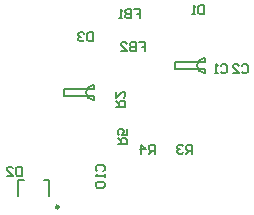
<source format=gbo>
%FSLAX23Y23*%
%MOIN*%
G70*
G01*
G75*
G04 Layer_Color=32896*
%ADD10R,0.028X0.035*%
%ADD11R,0.035X0.028*%
%ADD12R,0.043X0.039*%
%ADD13R,0.073X0.039*%
%ADD14O,0.150X0.079*%
%ADD15R,0.055X0.031*%
%ADD16R,0.057X0.022*%
%ADD17R,0.057X0.022*%
%ADD18R,0.035X0.017*%
%ADD19O,0.035X0.017*%
%ADD20R,0.040X0.012*%
%ADD21O,0.040X0.012*%
%ADD22C,0.009*%
%ADD23C,0.220*%
%ADD24C,0.059*%
%ADD25R,0.059X0.059*%
%ADD26C,0.060*%
%ADD27R,0.060X0.060*%
%ADD28C,0.024*%
%ADD29R,0.087X0.098*%
%ADD30R,0.087X0.098*%
%ADD31R,0.037X0.039*%
%ADD32C,0.004*%
%ADD33C,0.008*%
%ADD34C,0.010*%
%ADD35C,0.005*%
%ADD36C,0.006*%
%ADD37C,0.010*%
D33*
X-231Y122D02*
G03*
X-231Y73I0J-25D01*
G01*
X139Y212D02*
G03*
X139Y163I0J-25D01*
G01*
X-329Y87D02*
X-231D01*
X-329D02*
Y108D01*
X-231D01*
Y122D01*
Y73D02*
Y87D01*
X-482Y-249D02*
Y-196D01*
X-378Y-249D02*
Y-196D01*
X-396D02*
X-378D01*
X-482D02*
X-464D01*
X41Y177D02*
X139D01*
X41D02*
Y198D01*
X139D01*
Y212D01*
Y163D02*
Y177D01*
D35*
X-80Y265D02*
X-60D01*
Y250D01*
X-70D01*
X-60D01*
Y235D01*
X-90Y265D02*
Y235D01*
X-105D01*
X-110Y240D01*
Y245D01*
X-105Y250D01*
X-90D01*
X-105D01*
X-110Y255D01*
Y260D01*
X-105Y265D01*
X-90D01*
X-140Y235D02*
X-120D01*
X-140Y255D01*
Y260D01*
X-135Y265D01*
X-125D01*
X-120Y260D01*
X-95Y375D02*
X-75D01*
Y360D01*
X-85D01*
X-75D01*
Y345D01*
X-105Y375D02*
Y345D01*
X-120D01*
X-125Y350D01*
Y355D01*
X-120Y360D01*
X-105D01*
X-120D01*
X-125Y365D01*
Y370D01*
X-120Y375D01*
X-105D01*
X-135Y345D02*
X-145D01*
X-140D01*
Y375D01*
X-135Y370D01*
X-150Y-75D02*
X-120D01*
Y-60D01*
X-125Y-55D01*
X-135D01*
X-140Y-60D01*
Y-75D01*
Y-65D02*
X-150Y-55D01*
X-120Y-25D02*
Y-45D01*
X-135D01*
X-130Y-35D01*
Y-30D01*
X-135Y-25D01*
X-145D01*
X-150Y-30D01*
Y-40D01*
X-145Y-45D01*
X-27Y-107D02*
Y-77D01*
X-42D01*
X-47Y-82D01*
Y-92D01*
X-42Y-97D01*
X-27D01*
X-37D02*
X-47Y-107D01*
X-72D02*
Y-77D01*
X-57Y-92D01*
X-77D01*
X98Y-107D02*
Y-77D01*
X83D01*
X78Y-82D01*
Y-92D01*
X83Y-97D01*
X98D01*
X88D02*
X78Y-107D01*
X68Y-82D02*
X63Y-77D01*
X53D01*
X48Y-82D01*
Y-87D01*
X53Y-92D01*
X58D01*
X53D01*
X48Y-97D01*
Y-102D01*
X53Y-107D01*
X63D01*
X68Y-102D01*
X-155Y50D02*
X-125D01*
Y65D01*
X-130Y70D01*
X-140D01*
X-145Y65D01*
Y50D01*
Y60D02*
X-155Y70D01*
Y100D02*
Y80D01*
X-135Y100D01*
X-130D01*
X-125Y95D01*
Y85D01*
X-130Y80D01*
X-232Y298D02*
Y268D01*
X-247D01*
X-252Y273D01*
Y293D01*
X-247Y298D01*
X-232D01*
X-262Y293D02*
X-267Y298D01*
X-277D01*
X-282Y293D01*
Y288D01*
X-277Y283D01*
X-272D01*
X-277D01*
X-282Y278D01*
Y273D01*
X-277Y268D01*
X-267D01*
X-262Y273D01*
X-470Y-150D02*
Y-180D01*
X-485D01*
X-490Y-175D01*
Y-155D01*
X-485Y-150D01*
X-470D01*
X-520Y-180D02*
X-500D01*
X-520Y-160D01*
Y-155D01*
X-515Y-150D01*
X-505D01*
X-500Y-155D01*
X138Y388D02*
Y358D01*
X123D01*
X118Y363D01*
Y383D01*
X123Y388D01*
X138D01*
X108Y358D02*
X98D01*
X103D01*
Y388D01*
X108Y383D01*
X-219Y-165D02*
X-224Y-160D01*
Y-150D01*
X-219Y-145D01*
X-199D01*
X-194Y-150D01*
Y-160D01*
X-199Y-165D01*
X-194Y-175D02*
Y-185D01*
Y-180D01*
X-224D01*
X-219Y-175D01*
Y-200D02*
X-224Y-205D01*
Y-215D01*
X-219Y-220D01*
X-199D01*
X-194Y-215D01*
Y-205D01*
X-199Y-200D01*
X-219D01*
X263Y187D02*
X268Y192D01*
X278D01*
X283Y187D01*
Y167D01*
X278Y162D01*
X268D01*
X263Y167D01*
X233Y162D02*
X253D01*
X233Y182D01*
Y187D01*
X238Y192D01*
X248D01*
X253Y187D01*
X193D02*
X198Y192D01*
X208D01*
X213Y187D01*
Y167D01*
X208Y162D01*
X198D01*
X193Y167D01*
X183Y162D02*
X173D01*
X178D01*
Y192D01*
X183Y187D01*
D37*
X-347Y-284D02*
G03*
X-347Y-284I-5J0D01*
G01*
M02*

</source>
